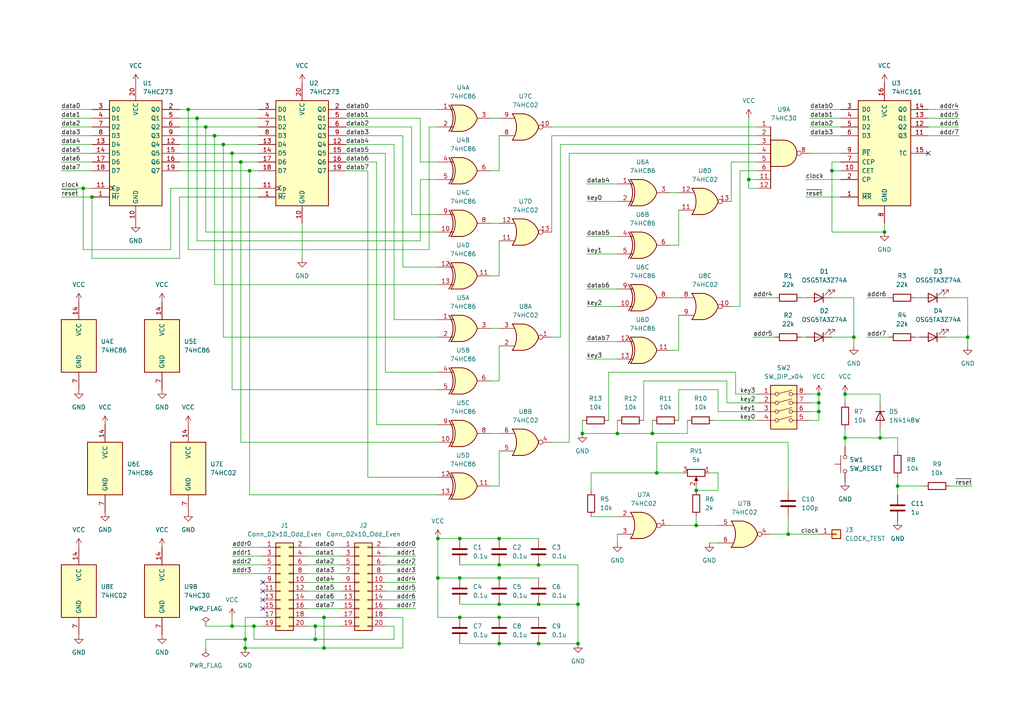
<source format=kicad_sch>
(kicad_sch (version 20211123) (generator eeschema)
  (paper "A4")
  (title_block (title "ROM Bank Adapter") (rev "v1.0"))
  (lib_symbols
    (symbol "74xx:74HC02" (pin_names (offset 1.016))
      (property "Reference" "U" (at 0 1.27 0))
      (property "Value" "74HC02" (at 0 -1.27 0))
      (symbol "74HC02_1_1"
        (pin output inverted (at 7.62 0 180) (length 3.81) (name "~") (number "1"))
        (pin input line (at -7.62 2.54 0) (length 4.318) (name "~") (number "2"))
        (pin input line (at -7.62 -2.54 0) (length 4.318) (name "~") (number "3"))
      )
      (symbol "74HC02_1_2"
        (pin output line (at 7.62 0 180) (length 3.81) (name "~") (number "1"))
        (pin input inverted (at -7.62 2.54 0) (length 3.81) (name "~") (number "2"))
        (pin input inverted (at -7.62 -2.54 0) (length 3.81) (name "~") (number "3"))
      )
      (symbol "74HC02_2_1"
        (pin output inverted (at 7.62 0 180) (length 3.81) (name "~") (number "4"))
        (pin input line (at -7.62 2.54 0) (length 4.318) (name "~") (number "5"))
        (pin input line (at -7.62 -2.54 0) (length 4.318) (name "~") (number "6"))
      )
      (symbol "74HC02_2_2"
        (pin output line (at 7.62 0 180) (length 3.81) (name "~") (number "4"))
        (pin input inverted (at -7.62 2.54 0) (length 3.81) (name "~") (number "5"))
        (pin input inverted (at -7.62 -2.54 0) (length 3.81) (name "~") (number "6"))
      )
      (symbol "74HC02_3_1"
        (pin output inverted (at 7.62 0 180) (length 3.81) (name "~") (number "10"))
        (pin input line (at -7.62 2.54 0) (length 4.318) (name "~") (number "8"))
        (pin input line (at -7.62 -2.54 0) (length 4.318) (name "~") (number "9"))
      )
      (symbol "74HC02_3_2"
        (pin output line (at 7.62 0 180) (length 3.81) (name "~") (number "10"))
        (pin input inverted (at -7.62 2.54 0) (length 3.81) (name "~") (number "8"))
        (pin input inverted (at -7.62 -2.54 0) (length 3.81) (name "~") (number "9"))
      )
      (symbol "74HC02_4_1"
        (pin input line (at -7.62 2.54 0) (length 4.318) (name "~") (number "11"))
        (pin input line (at -7.62 -2.54 0) (length 4.318) (name "~") (number "12"))
        (pin output inverted (at 7.62 0 180) (length 3.81) (name "~") (number "13"))
      )
      (symbol "74HC02_4_2"
        (pin input inverted (at -7.62 2.54 0) (length 3.81) (name "~") (number "11"))
        (pin input inverted (at -7.62 -2.54 0) (length 3.81) (name "~") (number "12"))
        (pin output line (at 7.62 0 180) (length 3.81) (name "~") (number "13"))
      )
      (symbol "74HC02_5_0"
        (pin power_in line (at 0 12.7 270) (length 5.08) (name "VCC") (number "14"))
        (pin power_in line (at 0 -12.7 90) (length 5.08) (name "GND") (number "7"))
      )
    )
    (symbol "74xx:74HC273"
      (property "Reference" "U" (at -7.62 16.51 0))
      (property "Value" "74HC273" (at -7.62 -16.51 0))
      (symbol "74HC273_1_0"
        (pin input line (at -12.7 -12.7 0) (length 5.08) (name "~{Mr}") (number "1"))
        (pin power_in line (at 0 -20.32 90) (length 5.08) (name "GND") (number "10"))
        (pin input clock (at -12.7 -10.16 0) (length 5.08) (name "Cp") (number "11"))
        (pin output line (at 12.7 2.54 180) (length 5.08) (name "Q4") (number "12"))
        (pin input line (at -12.7 2.54 0) (length 5.08) (name "D4") (number "13"))
        (pin input line (at -12.7 0 0) (length 5.08) (name "D5") (number "14"))
        (pin output line (at 12.7 0 180) (length 5.08) (name "Q5") (number "15"))
        (pin output line (at 12.7 -2.54 180) (length 5.08) (name "Q6") (number "16"))
        (pin input line (at -12.7 -2.54 0) (length 5.08) (name "D6") (number "17"))
        (pin input line (at -12.7 -5.08 0) (length 5.08) (name "D7") (number "18"))
        (pin output line (at 12.7 -5.08 180) (length 5.08) (name "Q7") (number "19"))
        (pin output line (at 12.7 12.7 180) (length 5.08) (name "Q0") (number "2"))
        (pin power_in line (at 0 20.32 270) (length 5.08) (name "VCC") (number "20"))
        (pin input line (at -12.7 12.7 0) (length 5.08) (name "D0") (number "3"))
        (pin input line (at -12.7 10.16 0) (length 5.08) (name "D1") (number "4"))
        (pin output line (at 12.7 10.16 180) (length 5.08) (name "Q1") (number "5"))
        (pin output line (at 12.7 7.62 180) (length 5.08) (name "Q2") (number "6"))
        (pin input line (at -12.7 7.62 0) (length 5.08) (name "D2") (number "7"))
        (pin input line (at -12.7 5.08 0) (length 5.08) (name "D3") (number "8"))
        (pin output line (at 12.7 5.08 180) (length 5.08) (name "Q3") (number "9"))
      )
    )
    (symbol "74xx:74HC86" (pin_names (offset 1.016))
      (property "Reference" "U" (at 0 1.27 0))
      (property "Value" "74HC86" (at 0 -1.27 0))
      (symbol "74HC86_1_0"
        (pin input line (at -7.62 2.54 0) (length 4.445) (name "~") (number "1"))
        (pin input line (at -7.62 -2.54 0) (length 4.445) (name "~") (number "2"))
        (pin output line (at 7.62 0 180) (length 3.81) (name "~") (number "3"))
      )
      (symbol "74HC86_2_0"
        (pin input line (at -7.62 2.54 0) (length 4.445) (name "~") (number "4"))
        (pin input line (at -7.62 -2.54 0) (length 4.445) (name "~") (number "5"))
        (pin output line (at 7.62 0 180) (length 3.81) (name "~") (number "6"))
      )
      (symbol "74HC86_3_0"
        (pin input line (at -7.62 -2.54 0) (length 4.445) (name "~") (number "10"))
        (pin output line (at 7.62 0 180) (length 3.81) (name "~") (number "8"))
        (pin input line (at -7.62 2.54 0) (length 4.445) (name "~") (number "9"))
      )
      (symbol "74HC86_4_0"
        (pin output line (at 7.62 0 180) (length 3.81) (name "~") (number "11"))
        (pin input line (at -7.62 2.54 0) (length 4.445) (name "~") (number "12"))
        (pin input line (at -7.62 -2.54 0) (length 4.445) (name "~") (number "13"))
      )
      (symbol "74HC86_5_0"
        (pin power_in line (at 0 12.7 270) (length 5.08) (name "VCC") (number "14"))
        (pin power_in line (at 0 -12.7 90) (length 5.08) (name "GND") (number "7"))
      )
    )
    (symbol "74xx:74LS161" (pin_names (offset 1.016))
      (property "Reference" "U" (at -7.62 16.51 0))
      (property "Value" "74LS161" (at -7.62 -16.51 0))
      (symbol "74LS161_1_0"
        (pin input line (at -12.7 -12.7 0) (length 5.08) (name "~{MR}") (number "1"))
        (pin input line (at -12.7 -5.08 0) (length 5.08) (name "CET") (number "10"))
        (pin output line (at 12.7 5.08 180) (length 5.08) (name "Q3") (number "11"))
        (pin output line (at 12.7 7.62 180) (length 5.08) (name "Q2") (number "12"))
        (pin output line (at 12.7 10.16 180) (length 5.08) (name "Q1") (number "13"))
        (pin output line (at 12.7 12.7 180) (length 5.08) (name "Q0") (number "14"))
        (pin output line (at 12.7 0 180) (length 5.08) (name "TC") (number "15"))
        (pin power_in line (at 0 20.32 270) (length 5.08) (name "VCC") (number "16"))
        (pin input line (at -12.7 -7.62 0) (length 5.08) (name "CP") (number "2"))
        (pin input line (at -12.7 12.7 0) (length 5.08) (name "D0") (number "3"))
        (pin input line (at -12.7 10.16 0) (length 5.08) (name "D1") (number "4"))
        (pin input line (at -12.7 7.62 0) (length 5.08) (name "D2") (number "5"))
        (pin input line (at -12.7 5.08 0) (length 5.08) (name "D3") (number "6"))
        (pin input line (at -12.7 -2.54 0) (length 5.08) (name "CEP") (number "7"))
        (pin power_in line (at 0 -20.32 90) (length 5.08) (name "GND") (number "8"))
        (pin input line (at -12.7 0 0) (length 5.08) (name "~{PE}") (number "9"))
      )
    )
    (symbol "74xx:74LS30" (pin_names (offset 1.016))
      (property "Reference" "U" (at 0 1.27 0))
      (property "Value" "74LS30" (at 0 -1.27 0))
      (symbol "74LS30_1_1"
        (pin input line (at -7.62 7.62 0) (length 3.81) (name "~") (number "1"))
        (pin input line (at -7.62 -7.62 0) (length 3.81) (name "~") (number "11"))
        (pin input line (at -7.62 -10.16 0) (length 3.81) (name "~") (number "12"))
        (pin input line (at -7.62 5.08 0) (length 3.81) (name "~") (number "2"))
        (pin input line (at -7.62 2.54 0) (length 3.81) (name "~") (number "3"))
        (pin input line (at -7.62 0 0) (length 3.81) (name "~") (number "4"))
        (pin input line (at -7.62 -2.54 0) (length 3.81) (name "~") (number "5"))
        (pin input line (at -7.62 -5.08 0) (length 3.81) (name "~") (number "6"))
        (pin output inverted (at 7.62 0 180) (length 3.81) (name "~") (number "8"))
      )
      (symbol "74LS30_1_2"
        (pin input inverted (at -7.62 7.62 0) (length 3.81) (name "~") (number "1"))
        (pin input inverted (at -7.62 -7.62 0) (length 3.81) (name "~") (number "11"))
        (pin input inverted (at -7.62 -10.16 0) (length 3.81) (name "~") (number "12"))
        (pin input inverted (at -7.62 5.08 0) (length 3.81) (name "~") (number "2"))
        (pin input inverted (at -7.62 2.54 0) (length 4.5466) (name "~") (number "3"))
        (pin input inverted (at -7.62 0 0) (length 5.08) (name "~") (number "4"))
        (pin input inverted (at -7.62 -2.54 0) (length 4.5466) (name "~") (number "5"))
        (pin input inverted (at -7.62 -5.08 0) (length 3.81) (name "~") (number "6"))
        (pin output line (at 7.62 0 180) (length 3.81) (name "~") (number "8"))
      )
      (symbol "74LS30_2_0"
        (pin power_in line (at 0 12.7 270) (length 5.08) (name "VCC") (number "14"))
        (pin power_in line (at 0 -12.7 90) (length 5.08) (name "GND") (number "7"))
      )
    )
    (symbol "Connector_Generic:Conn_01x01" (pin_names (offset 1.016) hide)
      (property "Reference" "J" (at 0 2.54 0))
      (property "Value" "Conn_01x01" (at 0 -2.54 0))
      (symbol "Conn_01x01_1_1"
        (pin passive line (at -5.08 0 0) (length 3.81) (name "Pin_1") (number "1"))
      )
    )
    (symbol "Connector_Generic:Conn_02x10_Odd_Even" (pin_names (offset 1.016) hide)
      (property "Reference" "J" (at 1.27 12.7 0))
      (property "Value" "Conn_02x10_Odd_Even" (at 1.27 -15.24 0))
      (symbol "Conn_02x10_Odd_Even_1_1"
        (pin passive line (at -5.08 10.16 0) (length 3.81) (name "Pin_1") (number "1"))
        (pin passive line (at 7.62 0 180) (length 3.81) (name "Pin_10") (number "10"))
        (pin passive line (at -5.08 -2.54 0) (length 3.81) (name "Pin_11") (number "11"))
        (pin passive line (at 7.62 -2.54 180) (length 3.81) (name "Pin_12") (number "12"))
        (pin passive line (at -5.08 -5.08 0) (length 3.81) (name "Pin_13") (number "13"))
        (pin passive line (at 7.62 -5.08 180) (length 3.81) (name "Pin_14") (number "14"))
        (pin passive line (at -5.08 -7.62 0) (length 3.81) (name "Pin_15") (number "15"))
        (pin passive line (at 7.62 -7.62 180) (length 3.81) (name "Pin_16") (number "16"))
        (pin passive line (at -5.08 -10.16 0) (length 3.81) (name "Pin_17") (number "17"))
        (pin passive line (at 7.62 -10.16 180) (length 3.81) (name "Pin_18") (number "18"))
        (pin passive line (at -5.08 -12.7 0) (length 3.81) (name "Pin_19") (number "19"))
        (pin passive line (at 7.62 10.16 180) (length 3.81) (name "Pin_2") (number "2"))
        (pin passive line (at 7.62 -12.7 180) (length 3.81) (name "Pin_20") (number "20"))
        (pin passive line (at -5.08 7.62 0) (length 3.81) (name "Pin_3") (number "3"))
        (pin passive line (at 7.62 7.62 180) (length 3.81) (name "Pin_4") (number "4"))
        (pin passive line (at -5.08 5.08 0) (length 3.81) (name "Pin_5") (number "5"))
        (pin passive line (at 7.62 5.08 180) (length 3.81) (name "Pin_6") (number "6"))
        (pin passive line (at -5.08 2.54 0) (length 3.81) (name "Pin_7") (number "7"))
        (pin passive line (at 7.62 2.54 180) (length 3.81) (name "Pin_8") (number "8"))
        (pin passive line (at -5.08 0 0) (length 3.81) (name "Pin_9") (number "9"))
      )
    )
    (symbol "Device:C" (pin_numbers hide) (pin_names (offset 0.254))
      (property "Reference" "C" (at 0.635 2.54 0))
      (property "Value" "C" (at 0.635 -2.54 0))
      (symbol "C_1_1"
        (pin passive line (at 0 3.81 270) (length 2.794) (name "~") (number "1"))
        (pin passive line (at 0 -3.81 90) (length 2.794) (name "~") (number "2"))
      )
    )
    (symbol "Device:D" (pin_numbers hide) (pin_names (offset 1.016) hide)
      (property "Reference" "D" (at 0 2.54 0))
      (property "Value" "D" (at 0 -2.54 0))
      (symbol "D_1_1"
        (pin passive line (at -3.81 0 0) (length 2.54) (name "K") (number "1"))
        (pin passive line (at 3.81 0 180) (length 2.54) (name "A") (number "2"))
      )
    )
    (symbol "Device:LED" (pin_numbers hide) (pin_names (offset 1.016) hide)
      (property "Reference" "D" (at 0 2.54 0))
      (property "Value" "LED" (at 0 -2.54 0))
      (symbol "LED_1_1"
        (pin passive line (at -3.81 0 0) (length 2.54) (name "K") (number "1"))
        (pin passive line (at 3.81 0 180) (length 2.54) (name "A") (number "2"))
      )
    )
    (symbol "Device:R" (pin_numbers hide) (pin_names (offset 0))
      (property "Reference" "R" (at 2.032 0 90))
      (property "Value" "R" (at 0 0 90))
      (symbol "R_1_1"
        (pin passive line (at 0 3.81 270) (length 1.27) (name "~") (number "1"))
        (pin passive line (at 0 -3.81 90) (length 1.27) (name "~") (number "2"))
      )
    )
    (symbol "Device:R_Potentiometer" (pin_names (offset 1.016) hide)
      (property "Reference" "RV" (at -4.445 0 90))
      (property "Value" "R_Potentiometer" (at -2.54 0 90))
      (symbol "R_Potentiometer_1_1"
        (pin passive line (at 0 3.81 270) (length 1.27) (name "1") (number "1"))
        (pin passive line (at 3.81 0 180) (length 1.27) (name "2") (number "2"))
        (pin passive line (at 0 -3.81 90) (length 1.27) (name "3") (number "3"))
      )
    )
    (symbol "Switch:SW_DIP_x04" (pin_names (offset 0) hide)
      (property "Reference" "SW" (at 0 8.89 0))
      (property "Value" "SW_DIP_x04" (at 0 -6.35 0))
      (symbol "SW_DIP_x04_1_1"
        (pin passive line (at -7.62 5.08 0) (length 5.08) (name "~") (number "1"))
        (pin passive line (at -7.62 2.54 0) (length 5.08) (name "~") (number "2"))
        (pin passive line (at -7.62 0 0) (length 5.08) (name "~") (number "3"))
        (pin passive line (at -7.62 -2.54 0) (length 5.08) (name "~") (number "4"))
        (pin passive line (at 7.62 -2.54 180) (length 5.08) (name "~") (number "5"))
        (pin passive line (at 7.62 0 180) (length 5.08) (name "~") (number "6"))
        (pin passive line (at 7.62 2.54 180) (length 5.08) (name "~") (number "7"))
        (pin passive line (at 7.62 5.08 180) (length 5.08) (name "~") (number "8"))
      )
    )
    (symbol "Switch:SW_Push" (pin_numbers hide) (pin_names (offset 1.016) hide)
      (property "Reference" "SW" (at 1.27 2.54 0))
      (property "Value" "SW_Push" (at 0 -1.524 0))
      (symbol "SW_Push_0_1"
        (pin passive line (at -5.08 0 0) (length 2.54) (name "1") (number "1"))
        (pin passive line (at 5.08 0 180) (length 2.54) (name "2") (number "2"))
      )
    )
    (symbol "power:GND" (power) (pin_names (offset 0))
      (property "Value" "GND" (at 0 -3.81 0))
      (symbol "GND_1_1"
        (pin power_in line (at 0 0 270) (length 0) hide (name "GND") (number "1"))
      )
    )
    (symbol "power:PWR_FLAG" (power) (pin_numbers hide) (pin_names (offset 0) hide)
      (property "Value" "PWR_FLAG" (at 0 3.81 0))
      (symbol "PWR_FLAG_0_0"
        (pin power_out line (at 0 0 90) (length 0) (name "pwr") (number "1"))
      )
    )
    (symbol "power:VCC" (power) (pin_names (offset 0))
      (property "Value" "VCC" (at 0 3.81 0))
      (symbol "VCC_1_1"
        (pin power_in line (at 0 0 90) (length 0) hide (name "VCC") (number "1"))
      )
    )
  )
  (junction (at 256.54 67.31))
  (junction (at 201.93 142.24))
  (junction (at 179.07 125.73))
  (junction (at 144.78 175.26))
  (junction (at 144.78 156.21))
  (junction (at 228.6 154.94))
  (junction (at 127 167.64))
  (junction (at 73.66 181.61))
  (junction (at 69.85 46.99))
  (junction (at 133.35 167.64))
  (junction (at 247.65 97.79))
  (junction (at 91.44 185.42))
  (junction (at 93.98 179.07))
  (junction (at 167.64 186.69))
  (junction (at 62.23 39.37))
  (junction (at 260.35 140.97))
  (junction (at 190.5 137.16))
  (junction (at 71.12 185.42))
  (junction (at 144.78 167.64))
  (junction (at 91.44 181.61))
  (junction (at 57.15 34.29))
  (junction (at 245.11 127))
  (junction (at 280.67 97.79))
  (junction (at 93.98 187.96))
  (junction (at 156.21 163.83))
  (junction (at 255.27 127))
  (junction (at 144.78 186.69))
  (junction (at 54.61 31.75))
  (junction (at 168.91 125.73))
  (junction (at 144.78 163.83))
  (junction (at 59.69 36.83))
  (junction (at 245.11 114.3))
  (junction (at 167.64 175.26))
  (junction (at 71.12 187.96))
  (junction (at 24.13 54.61))
  (junction (at 217.17 52.07))
  (junction (at 241.3 49.53))
  (junction (at 72.39 49.53))
  (junction (at 201.93 152.4))
  (junction (at 156.21 175.26))
  (junction (at 64.77 41.91))
  (junction (at 144.78 179.07))
  (junction (at 133.35 156.21))
  (junction (at 133.35 179.07))
  (junction (at 67.31 181.61))
  (junction (at 67.31 44.45))
  (junction (at 189.23 125.73))
  (junction (at 237.49 116.84))
  (junction (at 237.49 119.38))
  (junction (at 26.67 57.15))
  (junction (at 237.49 114.3))
  (junction (at 127 156.21))
  (junction (at 156.21 186.69))
  (no_connect (at 76.2 176.53))
  (no_connect (at 76.2 173.99))
  (no_connect (at 76.2 168.91))
  (no_connect (at 76.2 171.45))
  (no_connect (at 269.24 44.45))
  (wire (pts (xy 49.53 72.39) (xy 24.13 72.39)))
  (wire (pts (xy 280.67 97.79) (xy 280.67 100.33)))
  (wire (pts (xy 190.5 128.27) (xy 228.6 128.27)))
  (wire (pts (xy 269.24 34.29) (xy 278.13 34.29)))
  (wire (pts (xy 233.68 97.79) (xy 232.41 97.79)))
  (wire (pts (xy 88.9 161.29) (xy 99.06 161.29)))
  (wire (pts (xy 67.31 44.45) (xy 67.31 113.03)))
  (wire (pts (xy 127 156.21) (xy 133.35 156.21)))
  (wire (pts (xy 217.17 54.61) (xy 219.71 54.61)))
  (wire (pts (xy 67.31 113.03) (xy 127 113.03)))
  (wire (pts (xy 156.21 186.69) (xy 167.64 186.69)))
  (wire (pts (xy 233.68 52.07) (xy 243.84 52.07)))
  (wire (pts (xy 201.93 152.4) (xy 208.28 152.4)))
  (wire (pts (xy 17.78 49.53) (xy 26.67 49.53)))
  (wire (pts (xy 251.46 97.79) (xy 257.81 97.79)))
  (wire (pts (xy 88.9 163.83) (xy 99.06 163.83)))
  (wire (pts (xy 144.78 80.01) (xy 142.24 80.01)))
  (wire (pts (xy 100.33 44.45) (xy 111.76 44.45)))
  (wire (pts (xy 144.78 69.85) (xy 144.78 80.01)))
  (wire (pts (xy 17.78 57.15) (xy 26.67 57.15)))
  (wire (pts (xy 234.95 116.84) (xy 237.49 116.84)))
  (wire (pts (xy 179.07 154.94) (xy 179.07 157.48)))
  (wire (pts (xy 170.18 58.42) (xy 179.07 58.42)))
  (wire (pts (xy 256.54 67.31) (xy 241.3 67.31)))
  (wire (pts (xy 160.02 39.37) (xy 160.02 67.31)))
  (wire (pts (xy 205.74 137.16) (xy 208.28 137.16)))
  (wire (pts (xy 111.76 107.95) (xy 127 107.95)))
  (wire (pts (xy 196.85 71.12) (xy 194.31 71.12)))
  (wire (pts (xy 144.78 49.53) (xy 142.24 49.53)))
  (wire (pts (xy 219.71 44.45) (xy 165.1 44.45)))
  (wire (pts (xy 234.95 36.83) (xy 243.84 36.83)))
  (wire (pts (xy 49.53 54.61) (xy 49.53 72.39)))
  (wire (pts (xy 88.9 158.75) (xy 99.06 158.75)))
  (wire (pts (xy 142.24 64.77) (xy 144.78 64.77)))
  (wire (pts (xy 234.95 31.75) (xy 243.84 31.75)))
  (wire (pts (xy 170.18 73.66) (xy 179.07 73.66)))
  (wire (pts (xy 196.85 113.03) (xy 208.28 113.03)))
  (wire (pts (xy 144.78 175.26) (xy 156.21 175.26)))
  (wire (pts (xy 201.93 152.4) (xy 201.93 149.86)))
  (wire (pts (xy 106.68 49.53) (xy 106.68 138.43)))
  (wire (pts (xy 52.07 34.29) (xy 57.15 34.29)))
  (wire (pts (xy 114.3 185.42) (xy 91.44 185.42)))
  (wire (pts (xy 266.7 97.79) (xy 265.43 97.79)))
  (wire (pts (xy 156.21 175.26) (xy 167.64 175.26)))
  (wire (pts (xy 142.24 34.29) (xy 144.78 34.29)))
  (wire (pts (xy 269.24 39.37) (xy 278.13 39.37)))
  (wire (pts (xy 133.35 167.64) (xy 127 167.64)))
  (wire (pts (xy 245.11 114.3) (xy 255.27 114.3)))
  (wire (pts (xy 196.85 60.96) (xy 196.85 71.12)))
  (wire (pts (xy 260.35 140.97) (xy 267.97 140.97)))
  (wire (pts (xy 219.71 39.37) (xy 160.02 39.37)))
  (wire (pts (xy 218.44 86.36) (xy 224.79 86.36)))
  (wire (pts (xy 133.35 186.69) (xy 144.78 186.69)))
  (wire (pts (xy 88.9 173.99) (xy 99.06 173.99)))
  (wire (pts (xy 133.35 179.07) (xy 127 179.07)))
  (wire (pts (xy 121.92 34.29) (xy 121.92 46.99)))
  (wire (pts (xy 255.27 114.3) (xy 255.27 116.84)))
  (wire (pts (xy 114.3 181.61) (xy 114.3 185.42)))
  (wire (pts (xy 194.31 152.4) (xy 201.93 152.4)))
  (wire (pts (xy 127 128.27) (xy 69.85 128.27)))
  (wire (pts (xy 116.84 179.07) (xy 116.84 187.96)))
  (wire (pts (xy 210.82 110.49) (xy 186.69 110.49)))
  (wire (pts (xy 241.3 49.53) (xy 243.84 49.53)))
  (wire (pts (xy 241.3 97.79) (xy 247.65 97.79)))
  (wire (pts (xy 241.3 49.53) (xy 241.3 46.99)))
  (wire (pts (xy 100.33 39.37) (xy 116.84 39.37)))
  (wire (pts (xy 72.39 49.53) (xy 74.93 49.53)))
  (wire (pts (xy 127 97.79) (xy 64.77 97.79)))
  (wire (pts (xy 67.31 161.29) (xy 76.2 161.29)))
  (wire (pts (xy 217.17 52.07) (xy 219.71 52.07)))
  (wire (pts (xy 52.07 57.15) (xy 52.07 74.93)))
  (wire (pts (xy 127 67.31) (xy 59.69 67.31)))
  (wire (pts (xy 196.85 121.92) (xy 196.85 113.03)))
  (wire (pts (xy 217.17 34.29) (xy 217.17 52.07)))
  (wire (pts (xy 116.84 39.37) (xy 116.84 77.47)))
  (wire (pts (xy 69.85 128.27) (xy 69.85 46.99)))
  (wire (pts (xy 67.31 179.07) (xy 67.31 181.61)))
  (wire (pts (xy 72.39 143.51) (xy 127 143.51)))
  (wire (pts (xy 88.9 171.45) (xy 99.06 171.45)))
  (wire (pts (xy 275.59 140.97) (xy 281.94 140.97)))
  (wire (pts (xy 109.22 46.99) (xy 109.22 123.19)))
  (wire (pts (xy 88.9 176.53) (xy 99.06 176.53)))
  (wire (pts (xy 269.24 36.83) (xy 278.13 36.83)))
  (wire (pts (xy 260.35 140.97) (xy 260.35 143.51)))
  (wire (pts (xy 17.78 41.91) (xy 26.67 41.91)))
  (wire (pts (xy 160.02 97.79) (xy 162.56 97.79)))
  (wire (pts (xy 179.07 125.73) (xy 168.91 125.73)))
  (wire (pts (xy 156.21 179.07) (xy 144.78 179.07)))
  (wire (pts (xy 189.23 121.92) (xy 189.23 125.73)))
  (wire (pts (xy 17.78 34.29) (xy 26.67 34.29)))
  (wire (pts (xy 241.3 67.31) (xy 241.3 49.53)))
  (wire (pts (xy 144.78 179.07) (xy 133.35 179.07)))
  (wire (pts (xy 100.33 36.83) (xy 119.38 36.83)))
  (wire (pts (xy 255.27 124.46) (xy 255.27 127)))
  (wire (pts (xy 124.46 72.39) (xy 124.46 36.83)))
  (wire (pts (xy 266.7 86.36) (xy 265.43 86.36)))
  (wire (pts (xy 69.85 46.99) (xy 74.93 46.99)))
  (wire (pts (xy 52.07 36.83) (xy 59.69 36.83)))
  (wire (pts (xy 234.95 119.38) (xy 237.49 119.38)))
  (wire (pts (xy 199.39 121.92) (xy 199.39 125.73)))
  (wire (pts (xy 111.76 181.61) (xy 114.3 181.61)))
  (wire (pts (xy 17.78 46.99) (xy 26.67 46.99)))
  (wire (pts (xy 91.44 181.61) (xy 91.44 185.42)))
  (wire (pts (xy 109.22 123.19) (xy 127 123.19)))
  (wire (pts (xy 133.35 163.83) (xy 144.78 163.83)))
  (wire (pts (xy 54.61 72.39) (xy 124.46 72.39)))
  (wire (pts (xy 234.95 114.3) (xy 237.49 114.3)))
  (wire (pts (xy 52.07 49.53) (xy 72.39 49.53)))
  (wire (pts (xy 144.78 186.69) (xy 156.21 186.69)))
  (wire (pts (xy 52.07 46.99) (xy 69.85 46.99)))
  (wire (pts (xy 144.78 130.81) (xy 144.78 140.97)))
  (wire (pts (xy 59.69 185.42) (xy 71.12 185.42)))
  (wire (pts (xy 217.17 52.07) (xy 217.17 54.61)))
  (wire (pts (xy 127 167.64) (xy 127 156.21)))
  (wire (pts (xy 24.13 72.39) (xy 24.13 54.61)))
  (wire (pts (xy 228.6 154.94) (xy 223.52 154.94)))
  (wire (pts (xy 111.76 158.75) (xy 120.65 158.75)))
  (wire (pts (xy 74.93 57.15) (xy 52.07 57.15)))
  (wire (pts (xy 59.69 36.83) (xy 74.93 36.83)))
  (wire (pts (xy 111.76 44.45) (xy 111.76 107.95)))
  (wire (pts (xy 57.15 34.29) (xy 57.15 69.85)))
  (wire (pts (xy 64.77 41.91) (xy 74.93 41.91)))
  (wire (pts (xy 205.74 157.48) (xy 208.28 157.48)))
  (wire (pts (xy 251.46 86.36) (xy 257.81 86.36)))
  (wire (pts (xy 111.76 166.37) (xy 120.65 166.37)))
  (wire (pts (xy 54.61 31.75) (xy 54.61 72.39)))
  (wire (pts (xy 208.28 113.03) (xy 208.28 119.38)))
  (wire (pts (xy 111.76 171.45) (xy 120.65 171.45)))
  (wire (pts (xy 210.82 116.84) (xy 210.82 110.49)))
  (wire (pts (xy 133.35 156.21) (xy 144.78 156.21)))
  (wire (pts (xy 111.76 168.91) (xy 120.65 168.91)))
  (wire (pts (xy 17.78 36.83) (xy 26.67 36.83)))
  (wire (pts (xy 67.31 181.61) (xy 73.66 181.61)))
  (wire (pts (xy 162.56 41.91) (xy 219.71 41.91)))
  (wire (pts (xy 72.39 49.53) (xy 72.39 143.51)))
  (wire (pts (xy 170.18 83.82) (xy 179.07 83.82)))
  (wire (pts (xy 116.84 187.96) (xy 93.98 187.96)))
  (wire (pts (xy 67.31 158.75) (xy 76.2 158.75)))
  (wire (pts (xy 176.53 107.95) (xy 176.53 121.92)))
  (wire (pts (xy 234.95 44.45) (xy 243.84 44.45)))
  (wire (pts (xy 62.23 39.37) (xy 62.23 82.55)))
  (wire (pts (xy 274.32 97.79) (xy 280.67 97.79)))
  (wire (pts (xy 237.49 116.84) (xy 237.49 119.38)))
  (wire (pts (xy 100.33 46.99) (xy 109.22 46.99)))
  (wire (pts (xy 111.76 173.99) (xy 120.65 173.99)))
  (wire (pts (xy 119.38 62.23) (xy 127 62.23)))
  (wire (pts (xy 201.93 140.97) (xy 201.93 142.24)))
  (wire (pts (xy 219.71 116.84) (xy 210.82 116.84)))
  (wire (pts (xy 194.31 55.88) (xy 196.85 55.88)))
  (wire (pts (xy 256.54 64.77) (xy 256.54 67.31)))
  (wire (pts (xy 245.11 124.46) (xy 245.11 127)))
  (wire (pts (xy 142.24 95.25) (xy 144.78 95.25)))
  (wire (pts (xy 52.07 39.37) (xy 62.23 39.37)))
  (wire (pts (xy 189.23 125.73) (xy 179.07 125.73)))
  (wire (pts (xy 52.07 44.45) (xy 67.31 44.45)))
  (wire (pts (xy 67.31 166.37) (xy 76.2 166.37)))
  (wire (pts (xy 194.31 86.36) (xy 196.85 86.36)))
  (wire (pts (xy 207.01 121.92) (xy 219.71 121.92)))
  (wire (pts (xy 196.85 91.44) (xy 196.85 101.6)))
  (wire (pts (xy 241.3 86.36) (xy 247.65 86.36)))
  (wire (pts (xy 208.28 137.16) (xy 208.28 142.24)))
  (wire (pts (xy 186.69 110.49) (xy 186.69 121.92)))
  (wire (pts (xy 260.35 127) (xy 260.35 130.81)))
  (wire (pts (xy 106.68 138.43) (xy 127 138.43)))
  (wire (pts (xy 59.69 181.61) (xy 67.31 181.61)))
  (wire (pts (xy 234.95 34.29) (xy 243.84 34.29)))
  (wire (pts (xy 218.44 97.79) (xy 224.79 97.79)))
  (wire (pts (xy 91.44 181.61) (xy 99.06 181.61)))
  (wire (pts (xy 171.45 137.16) (xy 171.45 142.24)))
  (wire (pts (xy 144.78 100.33) (xy 144.78 110.49)))
  (wire (pts (xy 156.21 163.83) (xy 167.64 163.83)))
  (wire (pts (xy 228.6 154.94) (xy 237.49 154.94)))
  (wire (pts (xy 165.1 128.27) (xy 160.02 128.27)))
  (wire (pts (xy 59.69 187.96) (xy 59.69 185.42)))
  (wire (pts (xy 171.45 149.86) (xy 179.07 149.86)))
  (wire (pts (xy 59.69 67.31) (xy 59.69 36.83)))
  (wire (pts (xy 114.3 92.71) (xy 127 92.71)))
  (wire (pts (xy 196.85 101.6) (xy 194.31 101.6)))
  (wire (pts (xy 17.78 31.75) (xy 26.67 31.75)))
  (wire (pts (xy 255.27 127) (xy 260.35 127)))
  (wire (pts (xy 144.78 163.83) (xy 156.21 163.83)))
  (wire (pts (xy 73.66 185.42) (xy 73.66 181.61)))
  (wire (pts (xy 219.71 114.3) (xy 213.36 114.3)))
  (wire (pts (xy 111.76 176.53) (xy 120.65 176.53)))
  (wire (pts (xy 121.92 69.85) (xy 57.15 69.85)))
  (wire (pts (xy 247.65 97.79) (xy 247.65 100.33)))
  (wire (pts (xy 71.12 187.96) (xy 71.12 185.42)))
  (wire (pts (xy 62.23 82.55) (xy 127 82.55)))
  (wire (pts (xy 93.98 187.96) (xy 71.12 187.96)))
  (wire (pts (xy 167.64 163.83) (xy 167.64 175.26)))
  (wire (pts (xy 269.24 31.75) (xy 278.13 31.75)))
  (wire (pts (xy 67.31 163.83) (xy 76.2 163.83)))
  (wire (pts (xy 144.78 167.64) (xy 133.35 167.64)))
  (wire (pts (xy 212.09 58.42) (xy 212.09 46.99)))
  (wire (pts (xy 233.68 57.15) (xy 243.84 57.15)))
  (wire (pts (xy 179.07 121.92) (xy 179.07 125.73)))
  (wire (pts (xy 170.18 99.06) (xy 179.07 99.06)))
  (wire (pts (xy 57.15 34.29) (xy 74.93 34.29)))
  (wire (pts (xy 170.18 88.9) (xy 179.07 88.9)))
  (wire (pts (xy 24.13 54.61) (xy 26.67 54.61)))
  (wire (pts (xy 88.9 181.61) (xy 91.44 181.61)))
  (wire (pts (xy 167.64 175.26) (xy 167.64 186.69)))
  (wire (pts (xy 213.36 114.3) (xy 213.36 107.95)))
  (wire (pts (xy 165.1 44.45) (xy 165.1 128.27)))
  (wire (pts (xy 67.31 44.45) (xy 74.93 44.45)))
  (wire (pts (xy 100.33 31.75) (xy 127 31.75)))
  (wire (pts (xy 213.36 107.95) (xy 176.53 107.95)))
  (wire (pts (xy 100.33 41.91) (xy 114.3 41.91)))
  (wire (pts (xy 52.07 31.75) (xy 54.61 31.75)))
  (wire (pts (xy 127 179.07) (xy 127 167.64)))
  (wire (pts (xy 199.39 125.73) (xy 189.23 125.73)))
  (wire (pts (xy 168.91 121.92) (xy 168.91 125.73)))
  (wire (pts (xy 71.12 179.07) (xy 76.2 179.07)))
  (wire (pts (xy 88.9 166.37) (xy 99.06 166.37)))
  (wire (pts (xy 52.07 74.93) (xy 26.67 74.93)))
  (wire (pts (xy 162.56 97.79) (xy 162.56 41.91)))
  (wire (pts (xy 170.18 68.58) (xy 179.07 68.58)))
  (wire (pts (xy 144.78 39.37) (xy 144.78 49.53)))
  (wire (pts (xy 87.63 64.77) (xy 87.63 74.93)))
  (wire (pts (xy 73.66 181.61) (xy 76.2 181.61)))
  (wire (pts (xy 121.92 52.07) (xy 121.92 69.85)))
  (wire (pts (xy 228.6 128.27) (xy 228.6 142.24)))
  (wire (pts (xy 260.35 138.43) (xy 260.35 140.97)))
  (wire (pts (xy 17.78 44.45) (xy 26.67 44.45)))
  (wire (pts (xy 52.07 41.91) (xy 64.77 41.91)))
  (wire (pts (xy 212.09 46.99) (xy 219.71 46.99)))
  (wire (pts (xy 247.65 86.36) (xy 247.65 97.79)))
  (wire (pts (xy 93.98 179.07) (xy 93.98 187.96)))
  (wire (pts (xy 93.98 179.07) (xy 99.06 179.07)))
  (wire (pts (xy 111.76 179.07) (xy 116.84 179.07)))
  (wire (pts (xy 170.18 53.34) (xy 179.07 53.34)))
  (wire (pts (xy 170.18 104.14) (xy 179.07 104.14)))
  (wire (pts (xy 100.33 34.29) (xy 121.92 34.29)))
  (wire (pts (xy 119.38 36.83) (xy 119.38 62.23)))
  (wire (pts (xy 144.78 140.97) (xy 142.24 140.97)))
  (wire (pts (xy 114.3 41.91) (xy 114.3 92.71)))
  (wire (pts (xy 237.49 119.38) (xy 237.49 121.92)))
  (wire (pts (xy 64.77 97.79) (xy 64.77 41.91)))
  (wire (pts (xy 201.93 142.24) (xy 208.28 142.24)))
  (wire (pts (xy 190.5 137.16) (xy 190.5 128.27)))
  (wire (pts (xy 111.76 163.83) (xy 120.65 163.83)))
  (wire (pts (xy 144.78 110.49) (xy 142.24 110.49)))
  (wire (pts (xy 62.23 39.37) (xy 74.93 39.37)))
  (wire (pts (xy 245.11 127) (xy 245.11 129.54)))
  (wire (pts (xy 133.35 175.26) (xy 144.78 175.26)))
  (wire (pts (xy 124.46 36.83) (xy 127 36.83)))
  (wire (pts (xy 233.68 86.36) (xy 232.41 86.36)))
  (wire (pts (xy 198.12 137.16) (xy 190.5 137.16)))
  (wire (pts (xy 245.11 127) (xy 255.27 127)))
  (wire (pts (xy 234.95 39.37) (xy 243.84 39.37)))
  (wire (pts (xy 54.61 31.75) (xy 74.93 31.75)))
  (wire (pts (xy 71.12 185.42) (xy 71.12 179.07)))
  (wire (pts (xy 91.44 185.42) (xy 73.66 185.42)))
  (wire (pts (xy 219.71 49.53) (xy 214.63 49.53)))
  (wire (pts (xy 245.11 114.3) (xy 245.11 116.84)))
  (wire (pts (xy 17.78 54.61) (xy 24.13 54.61)))
  (wire (pts (xy 280.67 86.36) (xy 280.67 97.79)))
  (wire (pts (xy 121.92 46.99) (xy 127 46.99)))
  (wire (pts (xy 190.5 137.16) (xy 171.45 137.16)))
  (wire (pts (xy 26.67 74.93) (xy 26.67 57.15)))
  (wire (pts (xy 142.24 125.73) (xy 144.78 125.73)))
  (wire (pts (xy 274.32 86.36) (xy 280.67 86.36)))
  (wire (pts (xy 74.93 54.61) (xy 49.53 54.61)))
  (wire (pts (xy 17.78 39.37) (xy 26.67 39.37)))
  (wire (pts (xy 88.9 179.07) (xy 93.98 179.07)))
  (wire (pts (xy 214.63 88.9) (xy 212.09 88.9)))
  (wire (pts (xy 228.6 149.86) (xy 228.6 154.94)))
  (wire (pts (xy 156.21 167.64) (xy 144.78 167.64)))
  (wire (pts (xy 144.78 156.21) (xy 156.21 156.21)))
  (wire (pts (xy 127 52.07) (xy 121.92 52.07)))
  (wire (pts (xy 160.02 36.83) (xy 219.71 36.83)))
  (wire (pts (xy 208.28 119.38) (xy 219.71 119.38)))
  (wire (pts (xy 214.63 49.53) (xy 214.63 88.9)))
  (wire (pts (xy 237.49 121.92) (xy 234.95 121.92)))
  (wire (pts (xy 116.84 77.47) (xy 127 77.47)))
  (wire (pts (xy 237.49 114.3) (xy 237.49 116.84)))
  (wire (pts (xy 241.3 46.99) (xy 243.84 46.99)))
  (wire (pts (xy 88.9 168.91) (xy 99.06 168.91)))
  (wire (pts (xy 111.76 161.29) (xy 120.65 161.29)))
  (wire (pts (xy 106.68 49.53) (xy 100.33 49.53)))
  (label "clock" (at 233.68 52.07 0))
  (label "data2" (at 17.78 36.83 0))
  (label "datab6" (at 170.18 83.82 0))
  (label "datab3" (at 234.95 39.37 0))
  (label "addr4" (at 278.13 31.75 180))
  (label "datab5" (at 170.18 68.58 0))
  (label "addr5" (at 278.13 34.29 180))
  (label "clock" (at 17.78 54.61 0))
  (label "data0" (at 91.44 158.75 0))
  (label "addr4" (at 218.44 86.36 0))
  (label "datab4" (at 100.33 41.91 0))
  (label "key2" (at 214.63 116.84 0))
  (label "key2" (at 170.18 88.9 0))
  (label "datab7" (at 170.18 99.06 0))
  (label "data3" (at 17.78 39.37 0))
  (label "addr0" (at 67.31 158.75 0))
  (label "~{reset}" (at 17.78 57.15 0))
  (label "~{reset}" (at 233.68 57.15 0))
  (label "data4" (at 91.44 168.91 0))
  (label "data1" (at 17.78 34.29 0))
  (label "data6" (at 17.78 46.99 0))
  (label "datab1" (at 100.33 34.29 0))
  (label "key1" (at 214.63 119.38 0))
  (label "data3" (at 91.44 166.37 0))
  (label "datab6" (at 100.33 46.99 0))
  (label "addr6" (at 278.13 36.83 180))
  (label "data4" (at 17.78 41.91 0))
  (label "datab5" (at 100.33 44.45 0))
  (label "data1" (at 91.44 161.29 0))
  (label "addr0" (at 120.65 158.75 180))
  (label "data5" (at 17.78 44.45 0))
  (label "addr7" (at 278.13 39.37 180))
  (label "data2" (at 91.44 163.83 0))
  (label "key0" (at 214.6208 121.92 0))
  (label "addr5" (at 120.65 171.45 180))
  (label "datab0" (at 234.95 31.75 0))
  (label "datab1" (at 234.95 34.29 0))
  (label "datab0" (at 100.33 31.75 0))
  (label "key3" (at 170.18 104.14 0))
  (label "datab2" (at 100.33 36.83 0))
  (label "addr3" (at 120.65 166.37 180))
  (label "key1" (at 170.18 73.66 0))
  (label "data7" (at 17.78 49.53 0))
  (label "addr5" (at 218.44 97.79 0))
  (label "data7" (at 91.44 176.53 0))
  (label "addr3" (at 67.31 166.37 0))
  (label "datab2" (at 234.95 36.83 0))
  (label "datab7" (at 100.33 49.53 0))
  (label "addr7" (at 251.46 97.79 0))
  (label "clock" (at 237.49 154.94 180))
  (label "addr7" (at 120.65 176.53 180))
  (label "data6" (at 91.44 173.99 0))
  (label "datab3" (at 100.33 39.37 0))
  (label "addr1" (at 67.31 161.29 0))
  (label "data0" (at 17.78 31.75 0))
  (label "key0" (at 170.18 58.42 0))
  (label "key3" (at 214.63 114.3 0))
  (label "addr6" (at 251.46 86.36 0))
  (label "datab4" (at 170.18 53.34 0))
  (label "addr6" (at 120.65 173.99 180))
  (label "addr1" (at 120.65 161.29 180))
  (label "addr4" (at 120.65 168.91 180))
  (label "~{reset}" (at 281.94 140.97 180))
  (label "addr2" (at 120.65 163.83 180))
  (label "addr2" (at 67.31 163.83 0))
  (label "data5" (at 91.44 171.45 0))
  (symbol (lib_id "Device:C") (at 156.21 182.88 0) (unit 1)
    (property "Reference" "C9" (at 160.02 181.6099 0) (effects (justify left)))
    (property "Value" "0.1u" (at 160.02 184.1499 0) (effects (justify left)))
    (property "Footprint" "Capacitor_SMD:C_0805_2012Metric_Pad1.18x1.45mm_HandSolder" (effects hide))
  )
  (symbol (lib_id "Device:R") (at 228.6 97.79 90) (unit 1)
    (property "Reference" "R2" (at 228.6 91.44 90))
    (property "Value" "22k" (at 228.6 93.98 90))
    (property "Footprint" "Resistor_SMD:R_0805_2012Metric_Pad1.20x1.40mm_HandSolder" (effects hide))
  )
  (symbol (lib_id "power:GND") (at 205.74 157.48 0) (unit 1)
    (property "Reference" "#PWR0125" (effects hide))
    (property "Value" "GND" (at 205.74 162.56 0))
  )
  (symbol (lib_id "74xx:74HC02") (at 204.47 58.42 0) (mirror x) (unit 4)
    (property "Reference" "U8" (at 204.47 49.53 0))
    (property "Value" "74HC02" (at 204.47 52.07 0))
    (property "Footprint" "Package_DIP:DIP-14_W7.62mm" (effects hide))
    (property "Datasheet" "http://www.ti.com/lit/gpn/sn74hc02" (effects hide))
  )
  (symbol (lib_id "Device:C") (at 133.35 171.45 0) (unit 1)
    (property "Reference" "C4" (at 137.16 170.1799 0) (effects (justify left)))
    (property "Value" "0.1u" (at 137.16 172.7199 0) (effects (justify left)))
    (property "Footprint" "Capacitor_SMD:C_0805_2012Metric_Pad1.18x1.45mm_HandSolder" (effects hide))
  )
  (symbol (lib_id "74xx:74LS30") (at 46.99 171.45 0) (unit 2)
    (property "Reference" "U9" (at 53.34 170.1799 0) (effects (justify left)))
    (property "Value" "74HC30" (at 53.34 172.7199 0) (effects (justify left)))
    (property "Footprint" "Package_DIP:DIP-14_W7.62mm" (effects hide))
    (property "Datasheet" "http://www.ti.com/lit/gpn/sn74LS30" (effects hide))
  )
  (symbol (lib_id "Switch:SW_Push") (at 245.11 134.62 90) (unit 1)
    (property "Reference" "SW1" (at 246.38 133.3499 90) (effects (justify right)))
    (property "Value" "SW_RESET" (at 246.38 135.8899 90) (effects (justify right)))
    (property "Footprint" "Button_Switch_THT:SW_PUSH_6mm_H5mm" (effects hide))
  )
  (symbol (lib_id "74xx:74HC273") (at 87.63 44.45 0) (unit 1)
    (property "Reference" "U2" (at 89.6494 24.13 0) (effects (justify left)))
    (property "Value" "74HC273" (at 89.6494 26.67 0) (effects (justify left)))
    (property "Footprint" "Package_DIP:DIP-20_W7.62mm" (effects hide))
    (property "Datasheet" "https://assets.nexperia.com/documents/data-sheet/74HC_HCT273.pdf" (effects hide))
  )
  (symbol (lib_id "power:GND") (at 22.86 113.03 0) (unit 1)
    (property "Reference" "#PWR0110" (effects hide))
    (property "Value" "GND" (at 22.86 118.11 0))
  )
  (symbol (lib_id "Device:R") (at 193.04 121.92 90) (unit 1)
    (property "Reference" "R11" (at 193.04 115.57 90))
    (property "Value" "10k" (at 193.04 118.11 90))
    (property "Footprint" "Resistor_SMD:R_0805_2012Metric_Pad1.20x1.40mm_HandSolder" (effects hide))
  )
  (symbol (lib_id "74xx:74HC86") (at 186.69 101.6 0) (unit 4)
    (property "Reference" "U6" (at 186.3852 92.71 0))
    (property "Value" "74HC86" (at 186.3852 95.25 0))
    (property "Footprint" "Package_DIP:DIP-14_W7.62mm" (effects hide))
    (property "Datasheet" "http://www.ti.com/lit/gpn/sn74HC86" (effects hide))
  )
  (symbol (lib_id "74xx:74HC86") (at 134.62 49.53 0) (unit 2)
    (property "Reference" "U4" (at 134.3152 40.64 0))
    (property "Value" "74HC86" (at 134.3152 43.18 0))
    (property "Footprint" "Package_DIP:DIP-14_W7.62mm" (effects hide))
    (property "Datasheet" "http://www.ti.com/lit/gpn/sn74HC86" (effects hide))
  )
  (symbol (lib_id "power:GND") (at 260.35 151.13 0) (unit 1)
    (property "Reference" "#PWR0115" (effects hide))
    (property "Value" "GND" (at 260.35 156.21 0))
  )
  (symbol (lib_id "power:VCC") (at 39.37 24.13 0) (unit 1)
    (property "Reference" "#PWR0103" (effects hide))
    (property "Value" "VCC" (at 39.37 19.05 0))
  )
  (symbol (lib_id "power:VCC") (at 127 156.21 0) (unit 1)
    (property "Reference" "#PWR0131" (effects hide))
    (property "Value" "VCC" (at 127 151.13 0))
  )
  (symbol (lib_id "74xx:74HC02") (at 22.86 171.45 0) (unit 5)
    (property "Reference" "U8" (at 29.21 170.1799 0) (effects (justify left)))
    (property "Value" "74HC02" (at 29.21 172.7199 0) (effects (justify left)))
    (property "Footprint" "Package_DIP:DIP-14_W7.62mm" (effects hide))
    (property "Datasheet" "http://www.ti.com/lit/gpn/sn74hc02" (effects hide))
  )
  (symbol (lib_id "power:VCC") (at 245.11 114.3 0) (unit 1)
    (property "Reference" "#PWR0117" (effects hide))
    (property "Value" "VCC" (at 245.11 109.22 0))
  )
  (symbol (lib_id "74xx:74LS161") (at 256.54 44.45 0) (unit 1)
    (property "Reference" "U3" (at 258.5594 24.13 0) (effects (justify left)))
    (property "Value" "74HC161" (at 258.5594 26.67 0) (effects (justify left)))
    (property "Footprint" "Package_DIP:DIP-16_W7.62mm" (effects hide))
    (property "Datasheet" "http://www.ti.com/lit/gpn/sn74LS161" (effects hide))
  )
  (symbol (lib_id "power:VCC") (at 54.61 123.19 0) (unit 1)
    (property "Reference" "#PWR0109" (effects hide))
    (property "Value" "VCC" (at 54.61 118.11 0))
  )
  (symbol (lib_id "power:GND") (at 167.64 186.69 0) (unit 1)
    (property "Reference" "#PWR0132" (effects hide))
    (property "Value" "GND" (at 167.64 191.77 0))
  )
  (symbol (lib_id "74xx:74HC02") (at 152.4 97.79 0) (mirror x) (unit 1)
    (property "Reference" "U8" (at 152.4 88.9 0))
    (property "Value" "74HC02" (at 152.4 91.44 0))
    (property "Footprint" "Package_DIP:DIP-14_W7.62mm" (effects hide))
    (property "Datasheet" "http://www.ti.com/lit/gpn/sn74hc02" (effects hide))
  )
  (symbol (lib_id "power:GND") (at 179.07 157.48 0) (unit 1)
    (property "Reference" "#PWR0126" (effects hide))
    (property "Value" "GND" (at 179.07 162.56 0))
  )
  (symbol (lib_id "74xx:74HC02") (at 152.4 128.27 0) (mirror x) (unit 2)
    (property "Reference" "U8" (at 152.4 119.38 0))
    (property "Value" "74HC02" (at 152.4 121.92 0))
    (property "Footprint" "Package_DIP:DIP-14_W7.62mm" (effects hide))
    (property "Datasheet" "http://www.ti.com/lit/gpn/sn74hc02" (effects hide))
  )
  (symbol (lib_id "power:GND") (at 30.48 148.59 0) (unit 1)
    (property "Reference" "#PWR0113" (effects hide))
    (property "Value" "GND" (at 30.48 153.67 0))
  )
  (symbol (lib_id "power:PWR_FLAG") (at 59.69 187.96 0) (mirror x) (unit 1)
    (property "Reference" "#FLG0101" (effects hide))
    (property "Value" "PWR_FLAG" (at 59.69 193.04 0))
  )
  (symbol (lib_id "74xx:74HC02") (at 152.4 36.83 0) (mirror x) (unit 3)
    (property "Reference" "U7" (at 152.4 27.94 0))
    (property "Value" "74HC02" (at 152.4 30.48 0))
    (property "Footprint" "Package_DIP:DIP-14_W7.62mm" (effects hide))
    (property "Datasheet" "http://www.ti.com/lit/gpn/sn74hc02" (effects hide))
  )
  (symbol (lib_id "power:VCC") (at 22.86 158.75 0) (unit 1)
    (property "Reference" "#PWR0111" (effects hide))
    (property "Value" "VCC" (at 22.86 153.67 0))
  )
  (symbol (lib_id "power:VCC") (at 46.99 87.63 0) (unit 1)
    (property "Reference" "#PWR0106" (effects hide))
    (property "Value" "VCC" (at 46.99 82.55 0))
  )
  (symbol (lib_id "Device:C") (at 144.78 182.88 0) (unit 1)
    (property "Reference" "C8" (at 148.59 181.6099 0) (effects (justify left)))
    (property "Value" "0.1u" (at 148.59 184.1499 0) (effects (justify left)))
    (property "Footprint" "Capacitor_SMD:C_0805_2012Metric_Pad1.18x1.45mm_HandSolder" (effects hide))
  )
  (symbol (lib_id "Device:C") (at 156.21 171.45 0) (unit 1)
    (property "Reference" "C6" (at 160.02 170.1799 0) (effects (justify left)))
    (property "Value" "0.1u" (at 160.02 172.7199 0) (effects (justify left)))
    (property "Footprint" "Capacitor_SMD:C_0805_2012Metric_Pad1.18x1.45mm_HandSolder" (effects hide))
  )
  (symbol (lib_id "power:GND") (at 54.61 148.59 0) (unit 1)
    (property "Reference" "#PWR0114" (effects hide))
    (property "Value" "GND" (at 54.61 153.67 0))
  )
  (symbol (lib_id "power:GND") (at 245.11 139.7 0) (unit 1)
    (property "Reference" "#PWR0116" (effects hide))
    (property "Value" "GND" (at 245.11 144.78 0))
  )
  (symbol (lib_id "Device:R") (at 201.93 146.05 0) (unit 1)
    (property "Reference" "R6" (at 204.47 144.7799 0) (effects (justify left)))
    (property "Value" "2k" (at 204.47 147.3199 0) (effects (justify left)))
    (property "Footprint" "Resistor_SMD:R_0805_2012Metric_Pad1.20x1.40mm_HandSolder" (effects hide))
  )
  (symbol (lib_id "74xx:74HC02") (at 186.69 152.4 0) (unit 1)
    (property "Reference" "U7" (at 186.69 143.51 0))
    (property "Value" "74HC02" (at 186.69 146.05 0))
    (property "Footprint" "Package_DIP:DIP-14_W7.62mm" (effects hide))
    (property "Datasheet" "http://www.ti.com/lit/gpn/sn74hc02" (effects hide))
  )
  (symbol (lib_id "Device:R") (at 271.78 140.97 90) (unit 1)
    (property "Reference" "R9" (at 271.78 134.62 90))
    (property "Value" "10k" (at 271.78 137.16 90))
    (property "Footprint" "Resistor_SMD:R_0805_2012Metric_Pad1.20x1.40mm_HandSolder" (effects hide))
  )
  (symbol (lib_id "Device:R") (at 260.35 134.62 0) (unit 1)
    (property "Reference" "R8" (at 262.89 133.3499 0) (effects (justify left)))
    (property "Value" "10k" (at 262.89 135.8899 0) (effects (justify left)))
    (property "Footprint" "Resistor_SMD:R_0805_2012Metric_Pad1.20x1.40mm_HandSolder" (effects hide))
  )
  (symbol (lib_id "74xx:74HC273") (at 39.37 44.45 0) (unit 1)
    (property "Reference" "U1" (at 41.3894 24.13 0) (effects (justify left)))
    (property "Value" "74HC273" (at 41.3894 26.67 0) (effects (justify left)))
    (property "Footprint" "Package_DIP:DIP-20_W7.62mm" (effects hide))
    (property "Datasheet" "https://assets.nexperia.com/documents/data-sheet/74HC_HCT273.pdf" (effects hide))
  )
  (symbol (lib_id "74xx:74HC86") (at 134.62 80.01 0) (unit 4)
    (property "Reference" "U4" (at 134.3152 71.12 0))
    (property "Value" "74HC86" (at 134.3152 73.66 0))
    (property "Footprint" "Package_DIP:DIP-14_W7.62mm" (effects hide))
    (property "Datasheet" "http://www.ti.com/lit/gpn/sn74HC86" (effects hide))
  )
  (symbol (lib_id "Device:C") (at 156.21 160.02 0) (unit 1)
    (property "Reference" "C3" (at 160.02 158.7499 0) (effects (justify left)))
    (property "Value" "0.1u" (at 160.02 161.2899 0) (effects (justify left)))
    (property "Footprint" "Capacitor_SMD:C_0805_2012Metric_Pad1.18x1.45mm_HandSolder" (effects hide))
  )
  (symbol (lib_id "power:GND") (at 87.63 74.93 0) (unit 1)
    (property "Reference" "#PWR0102" (effects hide))
    (property "Value" "GND" (at 87.63 80.01 0))
  )
  (symbol (lib_id "74xx:74HC86") (at 134.62 64.77 0) (unit 3)
    (property "Reference" "U4" (at 134.3152 55.88 0))
    (property "Value" "74HC86" (at 134.3152 58.42 0))
    (property "Footprint" "Package_DIP:DIP-14_W7.62mm" (effects hide))
    (property "Datasheet" "http://www.ti.com/lit/gpn/sn74HC86" (effects hide))
  )
  (symbol (lib_id "Device:LED") (at 270.51 86.36 180) (unit 1)
    (property "Reference" "D3" (at 272.0975 78.74 0))
    (property "Value" "OSG5TA3Z74A" (at 272.0975 81.28 0))
    (property "Footprint" "LED_THT:LED_D3.0mm_Clear" (effects hide))
  )
  (symbol (lib_id "power:VCC") (at 30.48 123.19 0) (unit 1)
    (property "Reference" "#PWR0107" (effects hide))
    (property "Value" "VCC" (at 30.48 118.11 0))
  )
  (symbol (lib_id "power:GND") (at 280.67 100.33 0) (unit 1)
    (property "Reference" "#PWR0120" (effects hide))
    (property "Value" "GND" (at 280.67 105.41 0))
  )
  (symbol (lib_id "power:VCC") (at 46.99 158.75 0) (unit 1)
    (property "Reference" "#PWR0112" (effects hide))
    (property "Value" "VCC" (at 46.99 153.67 0))
  )
  (symbol (lib_id "power:GND") (at 168.91 125.73 0) (unit 1)
    (property "Reference" "#PWR0124" (effects hide))
    (property "Value" "GND" (at 168.91 130.81 0))
  )
  (symbol (lib_id "power:GND") (at 39.37 64.77 0) (unit 1)
    (property "Reference" "#PWR0104" (effects hide))
    (property "Value" "GND" (at 39.37 69.85 0))
  )
  (symbol (lib_id "power:GND") (at 22.86 184.15 0) (unit 1)
    (property "Reference" "#PWR0127" (effects hide))
    (property "Value" "GND" (at 22.86 189.23 0))
  )
  (symbol (lib_id "power:GND") (at 46.99 184.15 0) (unit 1)
    (property "Reference" "#PWR0128" (effects hide))
    (property "Value" "GND" (at 46.99 189.23 0))
  )
  (symbol (lib_id "Device:R") (at 261.62 97.79 90) (unit 1)
    (property "Reference" "R4" (at 261.62 91.44 90))
    (property "Value" "22k" (at 261.62 93.98 90))
    (property "Footprint" "Resistor_SMD:R_0805_2012Metric_Pad1.20x1.40mm_HandSolder" (effects hide))
  )
  (symbol (lib_id "74xx:74HC86") (at 134.62 110.49 0) (unit 2)
    (property "Reference" "U5" (at 134.3152 101.6 0))
    (property "Value" "74HC86" (at 134.3152 104.14 0))
    (property "Footprint" "Package_DIP:DIP-14_W7.62mm" (effects hide))
    (property "Datasheet" "http://www.ti.com/lit/gpn/sn74HC86" (effects hide))
  )
  (symbol (lib_id "74xx:74HC02") (at 152.4 67.31 0) (mirror x) (unit 4)
    (property "Reference" "U7" (at 152.4 58.42 0))
    (property "Value" "74HC02" (at 152.4 60.96 0))
    (property "Footprint" "Package_DIP:DIP-14_W7.62mm" (effects hide))
    (property "Datasheet" "http://www.ti.com/lit/gpn/sn74hc02" (effects hide))
  )
  (symbol (lib_id "Connector_Generic:Conn_02x10_Odd_Even") (at 81.28 168.91 0) (unit 1)
    (property "Reference" "J1" (at 82.55 152.4 0))
    (property "Value" "Conn_02x10_Odd_Even" (at 82.55 154.94 0))
    (property "Footprint" "Connector_PinHeader_2.54mm:PinHeader_2x10_P2.54mm_Vertical" (effects hide))
  )
  (symbol (lib_id "Device:R") (at 171.45 146.05 0) (unit 1)
    (property "Reference" "R5" (at 173.99 144.7799 0) (effects (justify left)))
    (property "Value" "10k" (at 173.99 147.3199 0) (effects (justify left)))
    (property "Footprint" "Resistor_SMD:R_0805_2012Metric_Pad1.20x1.40mm_HandSolder" (effects hide))
  )
  (symbol (lib_id "74xx:74HC86") (at 134.62 125.73 0) (unit 3)
    (property "Reference" "U5" (at 134.3152 116.84 0))
    (property "Value" "74HC86" (at 134.3152 119.38 0))
    (property "Footprint" "Package_DIP:DIP-14_W7.62mm" (effects hide))
    (property "Datasheet" "http://www.ti.com/lit/gpn/sn74HC86" (effects hide))
  )
  (symbol (lib_id "74xx:74HC86") (at 134.62 34.29 0) (unit 1)
    (property "Reference" "U4" (at 134.3152 25.4 0))
    (property "Value" "74HC86" (at 134.3152 27.94 0))
    (property "Footprint" "Package_DIP:DIP-14_W7.62mm" (effects hide))
    (property "Datasheet" "http://www.ti.com/lit/gpn/sn74HC86" (effects hide))
  )
  (symbol (lib_id "Device:LED") (at 270.51 97.79 180) (unit 1)
    (property "Reference" "D4" (at 272.0975 90.17 0))
    (property "Value" "OSG5TA3Z74A" (at 272.0975 92.71 0))
    (property "Footprint" "LED_THT:LED_D3.0mm_Clear" (effects hide))
  )
  (symbol (lib_id "74xx:74HC86") (at 30.48 135.89 0) (unit 5)
    (property "Reference" "U6" (at 36.83 134.6199 0) (effects (justify left)))
    (property "Value" "74HC86" (at 36.83 137.1599 0) (effects (justify left)))
    (property "Footprint" "Package_DIP:DIP-14_W7.62mm" (effects hide))
    (property "Datasheet" "http://www.ti.com/lit/gpn/sn74HC86" (effects hide))
  )
  (symbol (lib_id "power:VCC") (at 237.49 114.3 0) (unit 1)
    (property "Reference" "#PWR0121" (effects hide))
    (property "Value" "VCC" (at 237.49 109.22 0))
  )
  (symbol (lib_id "74xx:74HC02") (at 54.61 135.89 0) (unit 5)
    (property "Reference" "U7" (at 60.96 134.6199 0) (effects (justify left)))
    (property "Value" "74HC02" (at 60.96 137.1599 0) (effects (justify left)))
    (property "Footprint" "Package_DIP:DIP-14_W7.62mm" (effects hide))
    (property "Datasheet" "http://www.ti.com/lit/gpn/sn74hc02" (effects hide))
  )
  (symbol (lib_id "power:PWR_FLAG") (at 59.69 181.61 0) (unit 1)
    (property "Reference" "#FLG0102" (effects hide))
    (property "Value" "PWR_FLAG" (at 59.69 176.53 0))
  )
  (symbol (lib_id "Device:R") (at 182.88 121.92 90) (unit 1)
    (property "Reference" "R12" (at 182.88 115.57 90))
    (property "Value" "10k" (at 182.88 118.11 90))
    (property "Footprint" "Resistor_SMD:R_0805_2012Metric_Pad1.20x1.40mm_HandSolder" (effects hide))
  )
  (symbol (lib_id "74xx:74HC86") (at 186.69 71.12 0) (unit 2)
    (property "Reference" "U6" (at 186.3852 62.23 0))
    (property "Value" "74HC86" (at 186.3852 64.77 0))
    (property "Footprint" "Package_DIP:DIP-14_W7.62mm" (effects hide))
    (property "Datasheet" "http://www.ti.com/lit/gpn/sn74HC86" (effects hide))
  )
  (symbol (lib_id "Device:D") (at 255.27 120.65 270) (unit 1)
    (property "Reference" "D5" (at 257.81 119.3799 90) (effects (justify left)))
    (property "Value" "1N4148W" (at 257.81 121.9199 90) (effects (justify left)))
    (property "Footprint" "Diode_SMD:D_SOD-123" (effects hide))
  )
  (symbol (lib_id "Device:R") (at 261.62 86.36 90) (unit 1)
    (property "Reference" "R3" (at 261.62 80.01 90))
    (property "Value" "22k" (at 261.62 82.55 90))
    (property "Footprint" "Resistor_SMD:R_0805_2012Metric_Pad1.20x1.40mm_HandSolder" (effects hide))
  )
  (symbol (lib_id "power:GND") (at 247.65 100.33 0) (unit 1)
    (property "Reference" "#PWR0119" (effects hide))
    (property "Value" "GND" (at 247.65 105.41 0))
  )
  (symbol (lib_id "power:VCC") (at 256.54 24.13 0) (unit 1)
    (property "Reference" "#PWR0123" (effects hide))
    (property "Value" "VCC" (at 256.54 19.05 0))
  )
  (symbol (lib_id "power:VCC") (at 67.31 179.07 0) (unit 1)
    (property "Reference" "#PWR0130" (effects hide))
    (property "Value" "VCC" (at 67.31 173.99 0))
  )
  (symbol (lib_id "74xx:74HC86") (at 186.69 55.88 0) (unit 1)
    (property "Reference" "U6" (at 186.3852 46.99 0))
    (property "Value" "74HC86" (at 186.3852 49.53 0))
    (property "Footprint" "Package_DIP:DIP-14_W7.62mm" (effects hide))
    (property "Datasheet" "http://www.ti.com/lit/gpn/sn74HC86" (effects hide))
  )
  (symbol (lib_id "74xx:74HC86") (at 22.86 100.33 0) (unit 5)
    (property "Reference" "U4" (at 29.21 99.0599 0) (effects (justify left)))
    (property "Value" "74HC86" (at 29.21 101.5999 0) (effects (justify left)))
    (property "Footprint" "Package_DIP:DIP-14_W7.62mm" (effects hide))
    (property "Datasheet" "http://www.ti.com/lit/gpn/sn74HC86" (effects hide))
  )
  (symbol (lib_id "power:VCC") (at 87.63 24.13 0) (unit 1)
    (property "Reference" "#PWR0101" (effects hide))
    (property "Value" "VCC" (at 87.63 19.05 0))
  )
  (symbol (lib_id "74xx:74HC86") (at 46.99 100.33 0) (unit 5)
    (property "Reference" "U5" (at 53.34 99.0599 0) (effects (justify left)))
    (property "Value" "74HC86" (at 53.34 101.5999 0) (effects (justify left)))
    (property "Footprint" "Package_DIP:DIP-14_W7.62mm" (effects hide))
    (property "Datasheet" "http://www.ti.com/lit/gpn/sn74HC86" (effects hide))
  )
  (symbol (lib_id "power:GND") (at 71.12 187.96 0) (unit 1)
    (property "Reference" "#PWR0129" (effects hide))
    (property "Value" "GND" (at 71.12 193.04 0))
  )
  (symbol (lib_id "Device:R_Potentiometer") (at 201.93 137.16 270) (unit 1)
    (property "Reference" "RV1" (at 201.93 130.81 90))
    (property "Value" "5k" (at 201.93 133.35 90))
    (property "Footprint" "MyLibrary:GF063P" (effects hide))
  )
  (symbol (lib_id "power:VCC") (at 217.17 34.29 0) (unit 1)
    (property "Reference" "#PWR0118" (effects hide))
    (property "Value" "VCC" (at 217.17 29.21 0))
  )
  (symbol (lib_id "power:GND") (at 46.99 113.03 0) (unit 1)
    (property "Reference" "#PWR0108" (effects hide))
    (property "Value" "GND" (at 46.99 118.11 0))
  )
  (symbol (lib_id "Device:R") (at 245.11 120.65 0) (unit 1)
    (property "Reference" "R7" (at 247.65 119.3799 0) (effects (justify left)))
    (property "Value" "10k" (at 247.65 121.9199 0) (effects (justify left)))
    (property "Footprint" "Resistor_SMD:R_0805_2012Metric_Pad1.20x1.40mm_HandSolder" (effects hide))
  )
  (symbol (lib_id "Device:R") (at 228.6 86.36 90) (unit 1)
    (property "Reference" "R1" (at 228.6 80.01 90))
    (property "Value" "22k" (at 228.6 82.55 90))
    (property "Footprint" "Resistor_SMD:R_0805_2012Metric_Pad1.20x1.40mm_HandSolder" (effects hide))
  )
  (symbol (lib_id "Connector_Generic:Conn_02x10_Odd_Even") (at 104.14 168.91 0) (unit 1)
    (property "Reference" "J2" (at 105.41 152.4 0))
    (property "Value" "Conn_02x10_Odd_Even" (at 105.41 154.94 0))
    (property "Footprint" "Connector_PinHeader_2.54mm:PinHeader_2x10_P2.54mm_Vertical" (effects hide))
  )
  (symbol (lib_id "Switch:SW_DIP_x04") (at 227.33 119.38 0) (unit 1)
    (property "Reference" "SW2" (at 227.33 106.68 0))
    (property "Value" "SW_DIP_x04" (at 227.33 109.22 0))
    (property "Footprint" "Button_Switch_THT:SW_DIP_SPSTx04_Slide_9.78x12.34mm_W7.62mm_P2.54mm" (effects hide))
  )
  (symbol (lib_id "74xx:74LS30") (at 227.33 44.45 0) (unit 1)
    (property "Reference" "U9" (at 227.33 31.75 0))
    (property "Value" "74HC30" (at 227.33 34.29 0))
    (property "Footprint" "Package_DIP:DIP-14_W7.62mm" (effects hide))
    (property "Datasheet" "http://www.ti.com/lit/gpn/sn74LS30" (effects hide))
  )
  (symbol (lib_id "74xx:74HC86") (at 134.62 95.25 0) (unit 1)
    (property "Reference" "U5" (at 134.3152 86.36 0))
    (property "Value" "74HC86" (at 134.3152 88.9 0))
    (property "Footprint" "Package_DIP:DIP-14_W7.62mm" (effects hide))
    (property "Datasheet" "http://www.ti.com/lit/gpn/sn74HC86" (effects hide))
  )
  (symbol (lib_id "Device:R") (at 172.72 121.92 90) (unit 1)
    (property "Reference" "R13" (at 172.72 115.57 90))
    (property "Value" "10k" (at 172.72 118.11 90))
    (property "Footprint" "Resistor_SMD:R_0805_2012Metric_Pad1.20x1.40mm_HandSolder" (effects hide))
  )
  (symbol (lib_id "Device:C") (at 144.78 160.02 0) (unit 1)
    (property "Reference" "C2" (at 148.59 158.7499 0) (effects (justify left)))
    (property "Value" "0.1u" (at 148.59 161.2899 0) (effects (justify left)))
    (property "Footprint" "Capacitor_SMD:C_0805_2012Metric_Pad1.18x1.45mm_HandSolder" (effects hide))
  )
  (symbol (lib_id "Device:C") (at 228.6 146.05 0) (unit 1)
    (property "Reference" "C10" (at 232.41 144.7799 0) (effects (justify left)))
    (property "Value" "100p" (at 232.41 147.3199 0) (effects (justify left)))
    (property "Footprint" "Capacitor_SMD:C_0805_2012Metric_Pad1.18x1.45mm_HandSolder" (effects hide))
  )
  (symbol (lib_id "74xx:74HC86") (at 134.62 140.97 0) (unit 4)
    (property "Reference" "U5" (at 134.3152 132.08 0))
    (property "Value" "74HC86" (at 134.3152 134.62 0))
    (property "Footprint" "Package_DIP:DIP-14_W7.62mm" (effects hide))
    (property "Datasheet" "http://www.ti.com/lit/gpn/sn74HC86" (effects hide))
  )
  (symbol (lib_id "power:GND") (at 256.54 67.31 0) (unit 1)
    (property "Reference" "#PWR0122" (effects hide))
    (property "Value" "GND" (at 256.54 72.39 0))
  )
  (symbol (lib_id "power:VCC") (at 22.86 87.63 0) (unit 1)
    (property "Reference" "#PWR0105" (effects hide))
    (property "Value" "VCC" (at 22.86 82.55 0))
  )
  (symbol (lib_id "Connector_Generic:Conn_01x01") (at 242.57 154.94 0) (unit 1)
    (property "Reference" "J3" (at 245.11 153.6699 0) (effects (justify left)))
    (property "Value" "CLOCK_TEST" (at 245.11 156.2099 0) (effects (justify left)))
    (property "Footprint" "Connector_PinHeader_2.54mm:PinHeader_1x01_P2.54mm_Vertical" (effects hide))
  )
  (symbol (lib_id "Device:C") (at 133.35 182.88 0) (unit 1)
    (property "Reference" "C7" (at 137.16 181.6099 0) (effects (justify left)))
    (property "Value" "0.1u" (at 137.16 184.1499 0) (effects (justify left)))
    (property "Footprint" "Capacitor_SMD:C_0805_2012Metric_Pad1.18x1.45mm_HandSolder" (effects hide))
  )
  (symbol (lib_id "74xx:74HC86") (at 186.69 86.36 0) (unit 3)
    (property "Reference" "U6" (at 186.3852 77.47 0))
    (property "Value" "74HC86" (at 186.3852 80.01 0))
    (property "Footprint" "Package_DIP:DIP-14_W7.62mm" (effects hide))
    (property "Datasheet" "http://www.ti.com/lit/gpn/sn74HC86" (effects hide))
  )
  (symbol (lib_id "Device:C") (at 144.78 171.45 0) (unit 1)
    (property "Reference" "C5" (at 148.59 170.1799 0) (effects (justify left)))
    (property "Value" "0.1u" (at 148.59 172.7199 0) (effects (justify left)))
    (property "Footprint" "Capacitor_SMD:C_0805_2012Metric_Pad1.18x1.45mm_HandSolder" (effects hide))
  )
  (symbol (lib_id "Device:LED") (at 237.49 97.79 180) (unit 1)
    (property "Reference" "D2" (at 239.0775 90.17 0))
    (property "Value" "OSG5TA3Z74A" (at 239.0775 92.71 0))
    (property "Footprint" "LED_THT:LED_D3.0mm_Clear" (effects hide))
  )
  (symbol (lib_id "74xx:74HC02") (at 215.9 154.94 0) (unit 2)
    (property "Reference" "U7" (at 215.9 146.05 0))
    (property "Value" "74HC02" (at 215.9 148.59 0))
    (property "Footprint" "Package_DIP:DIP-14_W7.62mm" (effects hide))
    (property "Datasheet" "http://www.ti.com/lit/gpn/sn74hc02" (effects hide))
  )
  (symbol (lib_id "Device:C") (at 133.35 160.02 0) (unit 1)
    (property "Reference" "C1" (at 137.16 158.7499 0) (effects (justify left)))
    (property "Value" "0.1u" (at 137.16 161.2899 0) (effects (justify left)))
    (property "Footprint" "Capacitor_SMD:C_0805_2012Metric_Pad1.18x1.45mm_HandSolder" (effects hide))
  )
  (symbol (lib_id "Device:C") (at 260.35 147.32 0) (unit 1)
    (property "Reference" "C11" (at 264.16 146.0499 0) (effects (justify left)))
    (property "Value" "1u" (at 264.16 148.5899 0) (effects (justify left)))
    (property "Footprint" "Capacitor_SMD:C_0805_2012Metric_Pad1.18x1.45mm_HandSolder" (effects hide))
  )
  (symbol (lib_id "Device:LED") (at 237.49 86.36 180) (unit 1)
    (property "Reference" "D1" (at 239.0775 78.74 0))
    (property "Value" "OSG5TA3Z74A" (at 239.0775 81.28 0))
    (property "Footprint" "LED_THT:LED_D3.0mm_Clear" (effects hide))
  )
  (symbol (lib_id "Device:R") (at 203.2 121.92 90) (unit 1)
    (property "Reference" "R10" (at 203.2 115.57 90))
    (property "Value" "10k" (at 203.2 118.11 90))
    (property "Footprint" "Resistor_SMD:R_0805_2012Metric_Pad1.20x1.40mm_HandSolder" (effects hide))
  )
  (symbol (lib_id "74xx:74HC02") (at 204.47 88.9 0) (unit 3)
    (property "Reference" "U8" (at 204.47 80.01 0))
    (property "Value" "74HC02" (at 204.47 82.55 0))
    (property "Footprint" "Package_DIP:DIP-14_W7.62mm" (effects hide))
    (property "Datasheet" "http://www.ti.com/lit/gpn/sn74hc02" (effects hide))
  )
)
</source>
